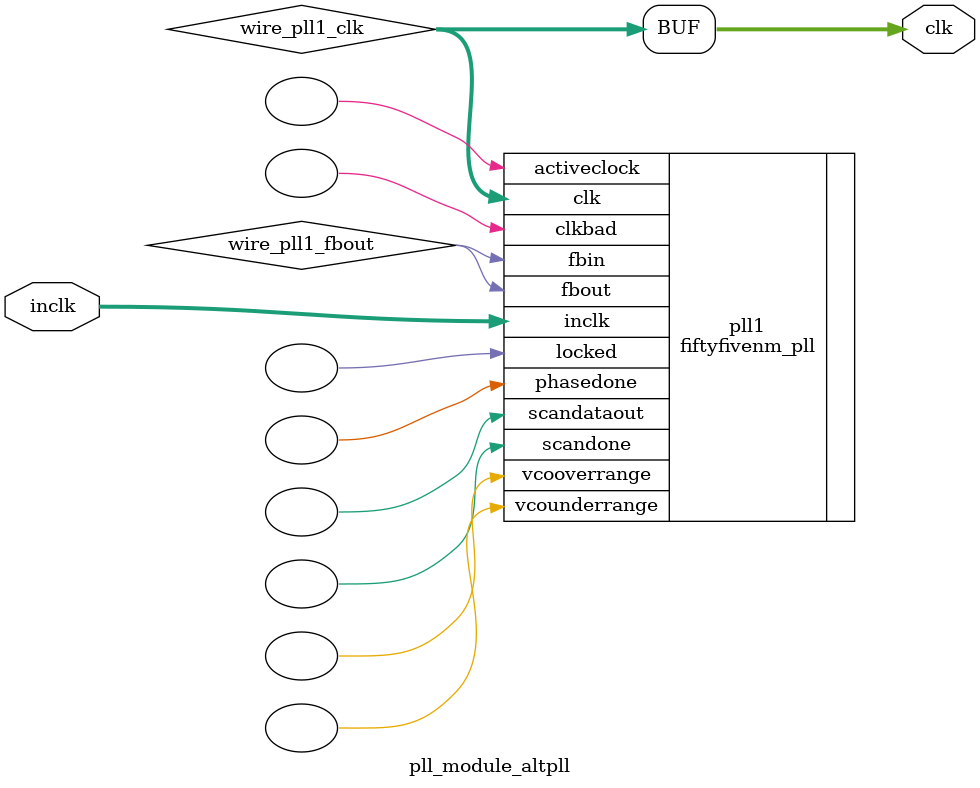
<source format=v>






//synthesis_resources = fiftyfivenm_pll 1 
//synopsys translate_off
`timescale 1 ps / 1 ps
//synopsys translate_on
module  pll_module_altpll
	( 
	clk,
	inclk) /* synthesis synthesis_clearbox=1 */;
	output   [4:0]  clk;
	input   [1:0]  inclk;
`ifndef ALTERA_RESERVED_QIS
// synopsys translate_off
`endif
	tri0   [1:0]  inclk;
`ifndef ALTERA_RESERVED_QIS
// synopsys translate_on
`endif

	wire  [4:0]   wire_pll1_clk;
	wire  wire_pll1_fbout;

	fiftyfivenm_pll   pll1
	( 
	.activeclock(),
	.clk(wire_pll1_clk),
	.clkbad(),
	.fbin(wire_pll1_fbout),
	.fbout(wire_pll1_fbout),
	.inclk(inclk),
	.locked(),
	.phasedone(),
	.scandataout(),
	.scandone(),
	.vcooverrange(),
	.vcounderrange()
	`ifndef FORMAL_VERIFICATION
	// synopsys translate_off
	`endif
	,
	.areset(1'b0),
	.clkswitch(1'b0),
	.configupdate(1'b0),
	.pfdena(1'b1),
	.phasecounterselect({3{1'b0}}),
	.phasestep(1'b0),
	.phaseupdown(1'b0),
	.scanclk(1'b0),
	.scanclkena(1'b1),
	.scandata(1'b0)
	`ifndef FORMAL_VERIFICATION
	// synopsys translate_on
	`endif
	);
	defparam
		pll1.bandwidth_type = "auto",
		pll1.clk0_divide_by = 2000,
		pll1.clk0_duty_cycle = 50,
		pll1.clk0_multiply_by = 1007,
		pll1.clk0_phase_shift = "0",
		pll1.compensate_clock = "clk0",
		pll1.inclk0_input_frequency = 20000,
		pll1.operation_mode = "normal",
		pll1.pll_type = "auto",
		pll1.lpm_type = "fiftyfivenm_pll";
	assign
		clk = {wire_pll1_clk[4:0]};
endmodule //pll_module_altpll
//VALID FILE

</source>
